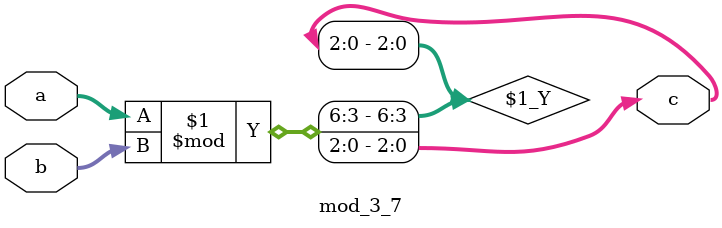
<source format=v>
module mod_3_7(a, b, c);
  input [2:0] a;
  input [6:0] b;
  output [2:0] c;

  assign c = a % b;

endmodule

</source>
